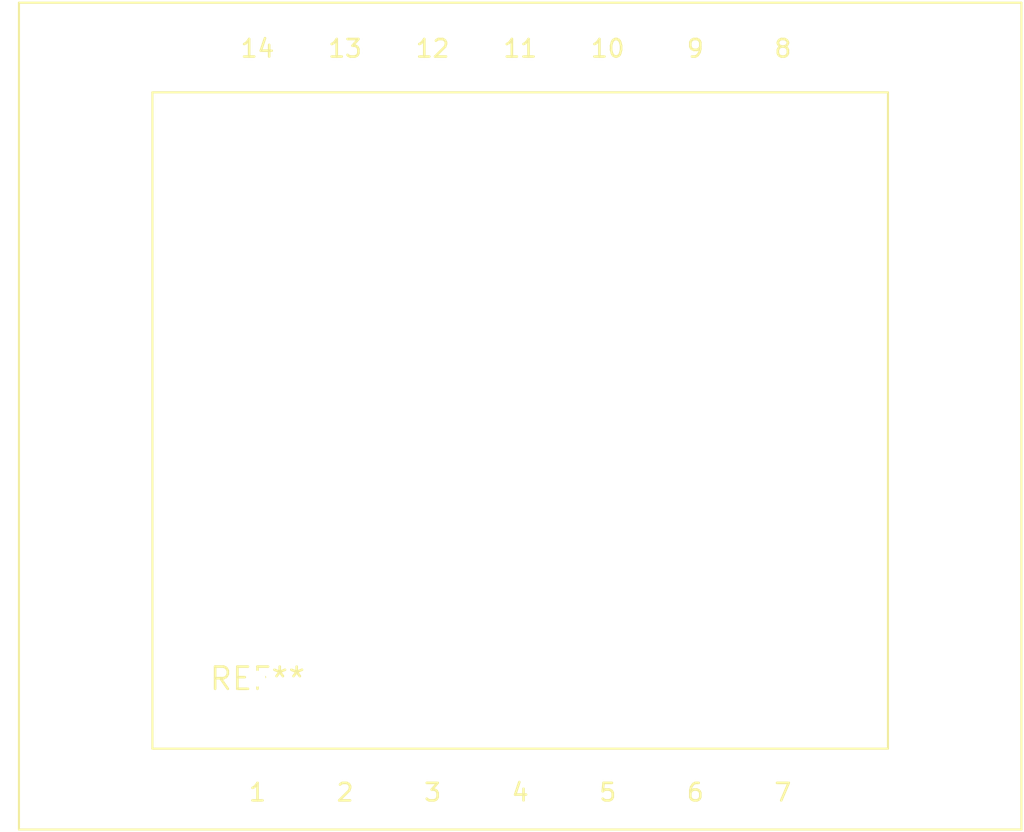
<source format=kicad_pcb>
(kicad_pcb (version 20240108) (generator pcbnew)
  (layers (0 "F.Cu" signal) (31 "B.Cu" signal) (34 "B.Paste" user) (35 "F.Paste" user) (36 "B.SilkS" user "B.Silkscreen") (37 "F.SilkS" user "F.Silkscreen") (38 "B.Mask" user) (39 "F.Mask" user) (44 "Edge.Cuts" user))
  (net 0 "")
  (footprint "Transformer_Breve_TEZ-47x57" (layer "F.Cu") (at 0 0)
    (property "Reference" "REF**")
    (property "Value" "Transformer_Breve_TEZ-47x57")
    (fp_line (start -13.62 -38.62) (end -13.62 8.62) (layer "F.SilkS") (stroke (width 0.12)))
    (fp_line (start -13.62 -38.62) (end 43.62 -38.62) (layer "F.SilkS") (stroke (width 0.12)))
    (fp_line (start -6 -33.5) (end -6 4) (layer "F.SilkS") (stroke (width 0.12)))
    (fp_line (start -6 4) (end 36 4) (layer "F.SilkS") (stroke (width 0.12)))
    (fp_line (start 36 -33.5) (end -6 -33.5) (layer "F.SilkS") (stroke (width 0.12)))
    (fp_line (start 36 4) (end 36 -33.5) (layer "F.SilkS") (stroke (width 0.12)))
    (fp_line (start 43.62 8.62) (end -13.62 8.62) (layer "F.SilkS") (stroke (width 0.12)))
    (fp_line (start 43.62 8.62) (end 43.62 -38.62) (layer "F.SilkS") (stroke (width 0.12)))
    (fp_text user "5" (at 20 6.5 0) (layer "F.SilkS"))
    (fp_text user "1" (at 0 6.5 0) (layer "F.SilkS"))
    (fp_text user "9" (at 25 -36 0) (layer "F.SilkS"))
    (fp_text user "13" (at 5 -36 0) (layer "F.SilkS"))
    (fp_text user "10" (at 20 -36 0) (layer "F.SilkS"))
    (fp_text user "4" (at 15 6.5 0) (layer "F.SilkS"))
    (fp_text user "2" (at 5 6.5 0) (layer "F.SilkS"))
    (fp_text user "12" (at 10 -36 0) (layer "F.SilkS"))
    (fp_text user "8" (at 30 -36 0) (layer "F.SilkS"))
    (fp_text user "6" (at 25 6.5 0) (layer "F.SilkS"))
    (fp_text user "3" (at 10 6.5 0) (layer "F.SilkS"))
    (fp_text user "11" (at 15 -36 0) (layer "F.SilkS"))
    (fp_text user "7" (at 30 6.5 0) (layer "F.SilkS"))
    (fp_text user "14" (at 0 -36 0) (layer "F.SilkS"))
    (pad "1" thru_hole rect (at 0 0) (size 2 2) (drill 0.9) (layers *.Cu *.Mask) (remove_unused_layers))
    (pad "2" thru_hole circle (at 5 0) (size 2 2) (drill 0.9) (layers *.Cu *.Mask) (remove_unused_layers))
    (pad "3" thru_hole circle (at 10 0) (size 2 2) (drill 0.9) (layers *.Cu *.Mask) (remove_unused_layers))
    (pad "5" thru_hole circle (at 20 0) (size 2 2) (drill 0.9) (layers *.Cu *.Mask) (remove_unused_layers))
    (pad "6" thru_hole circle (at 25 0) (size 2 2) (drill 0.9) (layers *.Cu *.Mask) (remove_unused_layers))
    (pad "7" thru_hole circle (at 30 0) (size 2 2) (drill 0.9) (layers *.Cu *.Mask) (remove_unused_layers))
    (pad "8" thru_hole circle (at 30 -30) (size 2 2) (drill 0.9) (layers *.Cu *.Mask) (remove_unused_layers))
    (pad "9" thru_hole circle (at 25 -30) (size 2 2) (drill 0.9) (layers *.Cu *.Mask) (remove_unused_layers))
    (pad "10" thru_hole circle (at 20 -30) (size 2 2) (drill 0.9) (layers *.Cu *.Mask) (remove_unused_layers))
    (pad "11" thru_hole circle (at 15 -30) (size 2 2) (drill 0.9) (layers *.Cu *.Mask) (remove_unused_layers))
    (pad "12" thru_hole circle (at 10 -30) (size 2 2) (drill 0.9) (layers *.Cu *.Mask) (remove_unused_layers))
    (pad "13" thru_hole circle (at 5 -30) (size 2 2) (drill 0.9) (layers *.Cu *.Mask) (remove_unused_layers))
    (pad "14" thru_hole circle (at 0 -30) (size 2 2) (drill 0.9) (layers *.Cu *.Mask) (remove_unused_layers))
  )
)
</source>
